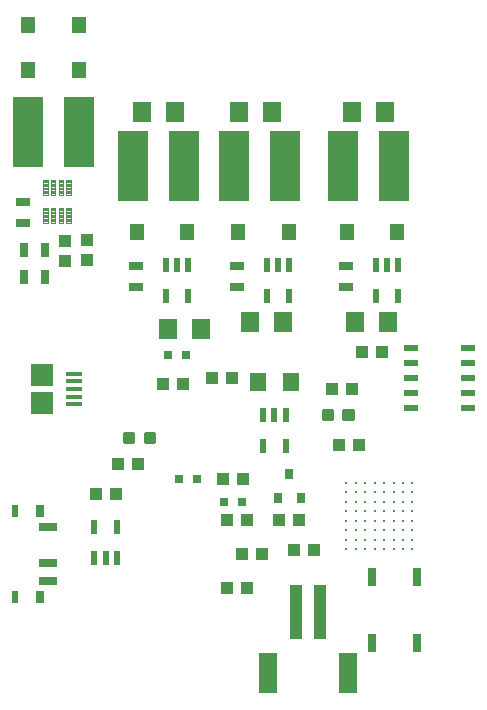
<source format=gbr>
G04 EAGLE Gerber RS-274X export*
G75*
%MOMM*%
%FSLAX34Y34*%
%LPD*%
%INSolderpaste Top*%
%IPPOS*%
%AMOC8*
5,1,8,0,0,1.08239X$1,22.5*%
G01*
%ADD10R,1.100000X1.000000*%
%ADD11R,0.800000X0.800000*%
%ADD12R,0.550000X1.200000*%
%ADD13R,1.600000X1.800000*%
%ADD14R,2.500000X6.000000*%
%ADD15R,1.270000X1.470000*%
%ADD16R,1.200000X0.800000*%
%ADD17R,1.000000X4.600000*%
%ADD18R,1.600000X3.400000*%
%ADD19R,0.762000X1.524000*%
%ADD20C,0.304800*%
%ADD21R,1.270000X0.508000*%
%ADD22R,0.800000X0.900000*%
%ADD23R,1.400000X1.600000*%
%ADD24C,0.300000*%
%ADD25R,1.000000X1.100000*%
%ADD26R,0.800000X1.200000*%
%ADD27C,0.122500*%
%ADD28R,1.350000X0.400000*%
%ADD29R,1.900000X1.900000*%
%ADD30R,1.500000X0.700000*%
%ADD31R,0.600000X1.000000*%
%ADD32R,0.800000X1.000000*%


D10*
X-72127Y-52502D03*
X-55127Y-52502D03*
D11*
X-52952Y-28346D03*
X-67952Y-28346D03*
D10*
X-18025Y-168275D03*
X-1025Y-168275D03*
D11*
X-5200Y-152400D03*
X-20200Y-152400D03*
D10*
X-4200Y-133350D03*
X-21200Y-133350D03*
D11*
X-43300Y-133350D03*
X-58300Y-133350D03*
D12*
X-50825Y47926D03*
X-60325Y47926D03*
X-69825Y47926D03*
X-69825Y21924D03*
X-50825Y21924D03*
D13*
X-62200Y177800D03*
X-90200Y177800D03*
X-67975Y-6350D03*
X-39975Y-6350D03*
D14*
X-54450Y131925D03*
X-97450Y131925D03*
D15*
X-51525Y76200D03*
X-94525Y76200D03*
D16*
X-95250Y29100D03*
X-95250Y47100D03*
D17*
X60800Y-245575D03*
X40800Y-245575D03*
D18*
X84800Y-297575D03*
X16800Y-297575D03*
D19*
X104775Y-272415D03*
X104775Y-216535D03*
X142875Y-272415D03*
X142875Y-216535D03*
D10*
X39125Y-193675D03*
X56125Y-193675D03*
D20*
X130905Y-136779D03*
X139033Y-136779D03*
X123031Y-136779D03*
X114903Y-136779D03*
X107029Y-136779D03*
X98901Y-136779D03*
X91027Y-136779D03*
X82899Y-136779D03*
X139033Y-144653D03*
X130905Y-144653D03*
X123031Y-144653D03*
X114903Y-144653D03*
X107029Y-144653D03*
X98901Y-144653D03*
X91027Y-144653D03*
X82899Y-144653D03*
X130905Y-152781D03*
X139033Y-152781D03*
X123031Y-152781D03*
X114903Y-152781D03*
X107029Y-152781D03*
X98901Y-152781D03*
X91027Y-152781D03*
X82899Y-152781D03*
X139033Y-160655D03*
X130905Y-160655D03*
X123031Y-160655D03*
X114903Y-160655D03*
X107029Y-160655D03*
X98901Y-160655D03*
X91027Y-160655D03*
X82899Y-160655D03*
X139033Y-168783D03*
X130905Y-168783D03*
X123031Y-168783D03*
X114903Y-168783D03*
X107029Y-168783D03*
X98901Y-168783D03*
X91027Y-168783D03*
X82899Y-168783D03*
X130905Y-176657D03*
X139033Y-176657D03*
X123031Y-176657D03*
X114903Y-176657D03*
X107029Y-176657D03*
X98901Y-176657D03*
X91027Y-176657D03*
X82899Y-176657D03*
X130905Y-184785D03*
X139033Y-184785D03*
X123031Y-184785D03*
X114903Y-184785D03*
X107029Y-184785D03*
X98901Y-184785D03*
X91027Y-184785D03*
X82899Y-184785D03*
X130905Y-192659D03*
X139033Y-192659D03*
X123031Y-192659D03*
X114903Y-192659D03*
X107029Y-192659D03*
X98901Y-192659D03*
X91027Y-192659D03*
X82899Y-192659D03*
D12*
X34900Y47926D03*
X25400Y47926D03*
X15900Y47926D03*
X15900Y21924D03*
X34900Y21924D03*
D13*
X20350Y177800D03*
X-7650Y177800D03*
X29875Y0D03*
X1875Y0D03*
D14*
X31275Y131925D03*
X-11725Y131925D03*
D15*
X34200Y76200D03*
X-8800Y76200D03*
D16*
X-9525Y29100D03*
X-9525Y47100D03*
D12*
X126975Y47926D03*
X117475Y47926D03*
X107975Y47926D03*
X107975Y21924D03*
X126975Y21924D03*
D13*
X115600Y177800D03*
X87600Y177800D03*
X118775Y0D03*
X90775Y0D03*
D14*
X123350Y131925D03*
X80350Y131925D03*
D15*
X126275Y76200D03*
X83275Y76200D03*
D16*
X82550Y29100D03*
X82550Y47100D03*
D10*
X77225Y-104775D03*
X94225Y-104775D03*
D21*
X137795Y-47625D03*
X137795Y-34925D03*
X137795Y-22225D03*
X137795Y-60325D03*
X137795Y-73025D03*
X186055Y-73025D03*
X186055Y-60325D03*
X186055Y-47625D03*
X186055Y-34925D03*
X186055Y-22225D03*
D22*
X34925Y-128700D03*
X44425Y-149700D03*
X25425Y-149700D03*
D10*
X26425Y-168275D03*
X43425Y-168275D03*
X-30725Y-47625D03*
X-13725Y-47625D03*
X96275Y-25400D03*
X113275Y-25400D03*
D23*
X8225Y-50800D03*
X36225Y-50800D03*
D12*
X31725Y-79074D03*
X22225Y-79074D03*
X12725Y-79074D03*
X12725Y-105076D03*
X31725Y-105076D03*
D10*
X-112150Y-146050D03*
X-129150Y-146050D03*
X-18025Y-225425D03*
X-1025Y-225425D03*
D24*
X-97345Y-101925D02*
X-97345Y-94925D01*
X-97345Y-101925D02*
X-104345Y-101925D01*
X-104345Y-94925D01*
X-97345Y-94925D01*
X-97345Y-99075D02*
X-104345Y-99075D01*
X-104345Y-96225D02*
X-97345Y-96225D01*
X-79805Y-94925D02*
X-79805Y-101925D01*
X-86805Y-101925D01*
X-86805Y-94925D01*
X-79805Y-94925D01*
X-79805Y-99075D02*
X-86805Y-99075D01*
X-86805Y-96225D02*
X-79805Y-96225D01*
D10*
X-93100Y-120650D03*
X-110100Y-120650D03*
X-5325Y-196850D03*
X11675Y-196850D03*
D12*
X-130150Y-200326D03*
X-120650Y-200326D03*
X-111150Y-200326D03*
X-111150Y-174324D03*
X-130150Y-174324D03*
D25*
X-154940Y51508D03*
X-154940Y68508D03*
X-136525Y68825D03*
X-136525Y51825D03*
D15*
X-143600Y250825D03*
X-186600Y250825D03*
X-143600Y212725D03*
X-186600Y212725D03*
D24*
X81470Y-75875D02*
X81470Y-82875D01*
X81470Y-75875D02*
X88470Y-75875D01*
X88470Y-82875D01*
X81470Y-82875D01*
X81470Y-80025D02*
X88470Y-80025D01*
X88470Y-77175D02*
X81470Y-77175D01*
X63930Y-75875D02*
X63930Y-82875D01*
X63930Y-75875D02*
X70930Y-75875D01*
X70930Y-82875D01*
X63930Y-82875D01*
X63930Y-80025D02*
X70930Y-80025D01*
X70930Y-77175D02*
X63930Y-77175D01*
D10*
X70875Y-57150D03*
X87875Y-57150D03*
D26*
X-189975Y38100D03*
X-171975Y38100D03*
X-189975Y60325D03*
X-171975Y60325D03*
D16*
X-190500Y101075D03*
X-190500Y83075D03*
D14*
X-143350Y160500D03*
X-186350Y160500D03*
D27*
X-169837Y95788D02*
X-169837Y83612D01*
X-173513Y83612D01*
X-173513Y95788D01*
X-169837Y95788D01*
X-169837Y84776D02*
X-173513Y84776D01*
X-173513Y85940D02*
X-169837Y85940D01*
X-169837Y87104D02*
X-173513Y87104D01*
X-173513Y88268D02*
X-169837Y88268D01*
X-169837Y89432D02*
X-173513Y89432D01*
X-173513Y90596D02*
X-169837Y90596D01*
X-169837Y91760D02*
X-173513Y91760D01*
X-173513Y92924D02*
X-169837Y92924D01*
X-169837Y94088D02*
X-173513Y94088D01*
X-173513Y95252D02*
X-169837Y95252D01*
X-163337Y95788D02*
X-163337Y83612D01*
X-167013Y83612D01*
X-167013Y95788D01*
X-163337Y95788D01*
X-163337Y84776D02*
X-167013Y84776D01*
X-167013Y85940D02*
X-163337Y85940D01*
X-163337Y87104D02*
X-167013Y87104D01*
X-167013Y88268D02*
X-163337Y88268D01*
X-163337Y89432D02*
X-167013Y89432D01*
X-167013Y90596D02*
X-163337Y90596D01*
X-163337Y91760D02*
X-167013Y91760D01*
X-167013Y92924D02*
X-163337Y92924D01*
X-163337Y94088D02*
X-167013Y94088D01*
X-167013Y95252D02*
X-163337Y95252D01*
X-156837Y95788D02*
X-156837Y83612D01*
X-160513Y83612D01*
X-160513Y95788D01*
X-156837Y95788D01*
X-156837Y84776D02*
X-160513Y84776D01*
X-160513Y85940D02*
X-156837Y85940D01*
X-156837Y87104D02*
X-160513Y87104D01*
X-160513Y88268D02*
X-156837Y88268D01*
X-156837Y89432D02*
X-160513Y89432D01*
X-160513Y90596D02*
X-156837Y90596D01*
X-156837Y91760D02*
X-160513Y91760D01*
X-160513Y92924D02*
X-156837Y92924D01*
X-156837Y94088D02*
X-160513Y94088D01*
X-160513Y95252D02*
X-156837Y95252D01*
X-150337Y95788D02*
X-150337Y83612D01*
X-154013Y83612D01*
X-154013Y95788D01*
X-150337Y95788D01*
X-150337Y84776D02*
X-154013Y84776D01*
X-154013Y85940D02*
X-150337Y85940D01*
X-150337Y87104D02*
X-154013Y87104D01*
X-154013Y88268D02*
X-150337Y88268D01*
X-150337Y89432D02*
X-154013Y89432D01*
X-154013Y90596D02*
X-150337Y90596D01*
X-150337Y91760D02*
X-154013Y91760D01*
X-154013Y92924D02*
X-150337Y92924D01*
X-150337Y94088D02*
X-154013Y94088D01*
X-154013Y95252D02*
X-150337Y95252D01*
X-150337Y107412D02*
X-150337Y119588D01*
X-150337Y107412D02*
X-154013Y107412D01*
X-154013Y119588D01*
X-150337Y119588D01*
X-150337Y108576D02*
X-154013Y108576D01*
X-154013Y109740D02*
X-150337Y109740D01*
X-150337Y110904D02*
X-154013Y110904D01*
X-154013Y112068D02*
X-150337Y112068D01*
X-150337Y113232D02*
X-154013Y113232D01*
X-154013Y114396D02*
X-150337Y114396D01*
X-150337Y115560D02*
X-154013Y115560D01*
X-154013Y116724D02*
X-150337Y116724D01*
X-150337Y117888D02*
X-154013Y117888D01*
X-154013Y119052D02*
X-150337Y119052D01*
X-156837Y119588D02*
X-156837Y107412D01*
X-160513Y107412D01*
X-160513Y119588D01*
X-156837Y119588D01*
X-156837Y108576D02*
X-160513Y108576D01*
X-160513Y109740D02*
X-156837Y109740D01*
X-156837Y110904D02*
X-160513Y110904D01*
X-160513Y112068D02*
X-156837Y112068D01*
X-156837Y113232D02*
X-160513Y113232D01*
X-160513Y114396D02*
X-156837Y114396D01*
X-156837Y115560D02*
X-160513Y115560D01*
X-160513Y116724D02*
X-156837Y116724D01*
X-156837Y117888D02*
X-160513Y117888D01*
X-160513Y119052D02*
X-156837Y119052D01*
X-163337Y119588D02*
X-163337Y107412D01*
X-167013Y107412D01*
X-167013Y119588D01*
X-163337Y119588D01*
X-163337Y108576D02*
X-167013Y108576D01*
X-167013Y109740D02*
X-163337Y109740D01*
X-163337Y110904D02*
X-167013Y110904D01*
X-167013Y112068D02*
X-163337Y112068D01*
X-163337Y113232D02*
X-167013Y113232D01*
X-167013Y114396D02*
X-163337Y114396D01*
X-163337Y115560D02*
X-167013Y115560D01*
X-167013Y116724D02*
X-163337Y116724D01*
X-163337Y117888D02*
X-167013Y117888D01*
X-167013Y119052D02*
X-163337Y119052D01*
X-169837Y119588D02*
X-169837Y107412D01*
X-173513Y107412D01*
X-173513Y119588D01*
X-169837Y119588D01*
X-169837Y108576D02*
X-173513Y108576D01*
X-173513Y109740D02*
X-169837Y109740D01*
X-169837Y110904D02*
X-173513Y110904D01*
X-173513Y112068D02*
X-169837Y112068D01*
X-169837Y113232D02*
X-173513Y113232D01*
X-173513Y114396D02*
X-169837Y114396D01*
X-169837Y115560D02*
X-173513Y115560D01*
X-173513Y116724D02*
X-169837Y116724D01*
X-169837Y117888D02*
X-173513Y117888D01*
X-173513Y119052D02*
X-169837Y119052D01*
D28*
X-147875Y-70150D03*
D29*
X-174625Y-45150D03*
X-174625Y-69150D03*
D28*
X-147875Y-44150D03*
X-147875Y-50650D03*
X-147875Y-57150D03*
X-147875Y-63650D03*
D30*
X-169825Y-219350D03*
X-169825Y-204350D03*
X-169825Y-174350D03*
D31*
X-197325Y-233350D03*
D32*
X-176325Y-233350D03*
D31*
X-197325Y-160350D03*
D32*
X-176325Y-160350D03*
M02*

</source>
